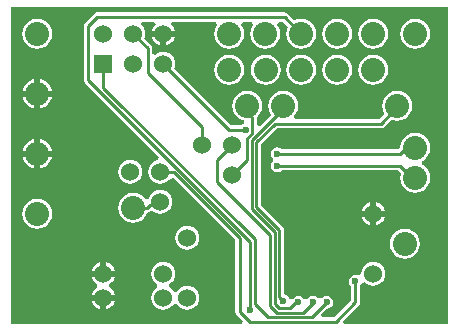
<source format=gbl>
G04*
G04 #@! TF.GenerationSoftware,Altium Limited,Altium Designer,18.1.9 (240)*
G04*
G04 Layer_Physical_Order=2*
G04 Layer_Color=16711680*
%FSLAX25Y25*%
%MOIN*%
G70*
G01*
G75*
%ADD14C,0.01000*%
%ADD23C,0.08000*%
%ADD24C,0.06000*%
%ADD25R,0.06000X0.06000*%
%ADD26C,0.02362*%
G36*
X146780Y1220D02*
X112190D01*
X111807Y2144D01*
X117081Y7419D01*
X117413Y7915D01*
X117529Y8500D01*
Y13899D01*
X117572Y13927D01*
X118054Y14649D01*
X118099Y14871D01*
X119147Y15147D01*
X119983Y14506D01*
X120956Y14103D01*
X122000Y13965D01*
X123044Y14103D01*
X124017Y14506D01*
X124853Y15147D01*
X125494Y15983D01*
X125897Y16956D01*
X126034Y18000D01*
X125897Y19044D01*
X125494Y20017D01*
X124853Y20853D01*
X124017Y21494D01*
X123044Y21897D01*
X122000Y22035D01*
X120956Y21897D01*
X119983Y21494D01*
X119147Y20853D01*
X118506Y20017D01*
X118103Y19044D01*
X117965Y18000D01*
X117031Y17434D01*
X116851Y17555D01*
X116000Y17724D01*
X115149Y17555D01*
X114427Y17073D01*
X113945Y16351D01*
X113776Y15500D01*
X113945Y14649D01*
X114427Y13927D01*
X114471Y13899D01*
Y9133D01*
X108872Y3535D01*
X105005D01*
X104622Y4459D01*
X106449Y6286D01*
X106500Y6276D01*
X107351Y6445D01*
X108072Y6927D01*
X108554Y7649D01*
X108724Y8500D01*
X108554Y9351D01*
X108072Y10073D01*
X107351Y10555D01*
X106500Y10724D01*
X105649Y10555D01*
X104928Y10073D01*
X104773Y9841D01*
X103601D01*
X103446Y10073D01*
X102725Y10555D01*
X101874Y10724D01*
X101023Y10555D01*
X100302Y10073D01*
X99993Y9610D01*
X99794Y9555D01*
X99080D01*
X98881Y9610D01*
X98572Y10073D01*
X97851Y10555D01*
X97000Y10724D01*
X96149Y10555D01*
X95428Y10073D01*
X95121Y9614D01*
X94278Y9707D01*
X94056Y9842D01*
X94055Y9851D01*
X93572Y10572D01*
X92851Y11055D01*
X92211Y11182D01*
Y32440D01*
X92094Y33026D01*
X91763Y33522D01*
X84529Y40755D01*
Y61190D01*
X89810Y66471D01*
X124500D01*
X125085Y66587D01*
X125581Y66919D01*
X128056Y69393D01*
X128695Y69129D01*
X130000Y68957D01*
X131305Y69129D01*
X132522Y69633D01*
X133566Y70434D01*
X134368Y71478D01*
X134871Y72695D01*
X135043Y74000D01*
X134871Y75305D01*
X134368Y76522D01*
X133566Y77566D01*
X132522Y78368D01*
X131305Y78871D01*
X130000Y79043D01*
X128695Y78871D01*
X127478Y78368D01*
X126434Y77566D01*
X125633Y76522D01*
X125129Y75305D01*
X124957Y74000D01*
X125129Y72695D01*
X125633Y71478D01*
X125712Y71375D01*
X123866Y69529D01*
X96030D01*
X95723Y70129D01*
X95639Y70529D01*
X96368Y71478D01*
X96871Y72695D01*
X97043Y74000D01*
X96871Y75305D01*
X96368Y76522D01*
X95566Y77566D01*
X94522Y78368D01*
X93305Y78871D01*
X92000Y79043D01*
X90695Y78871D01*
X89478Y78368D01*
X88434Y77566D01*
X87633Y76522D01*
X87129Y75305D01*
X86957Y74000D01*
X87129Y72695D01*
X87633Y71478D01*
X87953Y71061D01*
X84134Y67242D01*
X83210Y67625D01*
Y70161D01*
X83566Y70434D01*
X84368Y71478D01*
X84871Y72695D01*
X85043Y74000D01*
X84871Y75305D01*
X84368Y76522D01*
X83566Y77566D01*
X82522Y78368D01*
X81305Y78871D01*
X80000Y79043D01*
X78695Y78871D01*
X77478Y78368D01*
X76434Y77566D01*
X75633Y76522D01*
X75129Y75305D01*
X74957Y74000D01*
X75129Y72695D01*
X75633Y71478D01*
X76434Y70434D01*
X77478Y69633D01*
X78695Y69129D01*
X78832Y69111D01*
X78865Y68098D01*
X78649Y68054D01*
X77928Y67572D01*
X77899Y67529D01*
X74634D01*
X55695Y86468D01*
X55897Y86956D01*
X56034Y88000D01*
X55897Y89044D01*
X55494Y90017D01*
X54853Y90853D01*
X54017Y91494D01*
X53044Y91897D01*
X52000Y92035D01*
X50956Y91897D01*
X49983Y91494D01*
X49401Y91047D01*
X48566Y91348D01*
X48401Y91489D01*
Y93129D01*
X48284Y93714D01*
X47953Y94210D01*
X45695Y96468D01*
X45897Y96956D01*
X46035Y98000D01*
X45897Y99044D01*
X45494Y100017D01*
X44853Y100853D01*
X44588Y101056D01*
X44928Y102056D01*
X49072D01*
X49412Y101056D01*
X49147Y100853D01*
X48506Y100017D01*
X48103Y99044D01*
X48097Y99000D01*
X55903D01*
X55897Y99044D01*
X55494Y100017D01*
X54853Y100853D01*
X54588Y101056D01*
X54928Y102056D01*
X69549D01*
X70043Y101056D01*
X69633Y100522D01*
X69129Y99305D01*
X68957Y98000D01*
X69129Y96695D01*
X69633Y95478D01*
X70434Y94434D01*
X71478Y93633D01*
X72695Y93129D01*
X74000Y92957D01*
X75305Y93129D01*
X76522Y93633D01*
X77566Y94434D01*
X78368Y95478D01*
X78871Y96695D01*
X79043Y98000D01*
X78871Y99305D01*
X78368Y100522D01*
X77957Y101056D01*
X78451Y102056D01*
X81549D01*
X82042Y101056D01*
X81633Y100522D01*
X81129Y99305D01*
X80957Y98000D01*
X81129Y96695D01*
X81633Y95478D01*
X82434Y94434D01*
X83478Y93633D01*
X84695Y93129D01*
X86000Y92957D01*
X87305Y93129D01*
X88522Y93633D01*
X89566Y94434D01*
X90368Y95478D01*
X90871Y96695D01*
X91043Y98000D01*
X90871Y99305D01*
X90368Y100522D01*
X89957Y101056D01*
X90451Y102056D01*
X91781D01*
X93540Y100297D01*
X93129Y99305D01*
X92957Y98000D01*
X93129Y96695D01*
X93633Y95478D01*
X94434Y94434D01*
X95478Y93633D01*
X96695Y93129D01*
X98000Y92957D01*
X99305Y93129D01*
X100522Y93633D01*
X101566Y94434D01*
X102367Y95478D01*
X102871Y96695D01*
X103043Y98000D01*
X102871Y99305D01*
X102367Y100522D01*
X101566Y101566D01*
X100522Y102367D01*
X99305Y102871D01*
X98000Y103043D01*
X96695Y102871D01*
X95703Y102460D01*
X93496Y104667D01*
X93000Y104998D01*
X92415Y105115D01*
X29956D01*
X29371Y104998D01*
X28875Y104667D01*
X25919Y101710D01*
X25587Y101214D01*
X25471Y100629D01*
Y82676D01*
X25587Y82091D01*
X25919Y81594D01*
X50531Y56981D01*
X50173Y55926D01*
X49956Y55897D01*
X48983Y55494D01*
X48147Y54853D01*
X47506Y54017D01*
X47103Y53044D01*
X46966Y52000D01*
X47103Y50956D01*
X47506Y49983D01*
X48147Y49147D01*
X48983Y48506D01*
X49956Y48103D01*
X51000Y47965D01*
X52044Y48103D01*
X53017Y48506D01*
X53853Y49147D01*
X54277Y49700D01*
X55211Y49900D01*
X55527Y49864D01*
X75971Y29421D01*
Y5319D01*
X76087Y4734D01*
X76419Y4237D01*
X78512Y2144D01*
X78129Y1220D01*
X1220D01*
Y106780D01*
X146780D01*
Y1220D01*
D02*
G37*
%LPC*%
G36*
X55903Y97000D02*
X53000D01*
Y94097D01*
X53044Y94103D01*
X54017Y94506D01*
X54853Y95147D01*
X55494Y95983D01*
X55897Y96956D01*
X55903Y97000D01*
D02*
G37*
G36*
X51000D02*
X48097D01*
X48103Y96956D01*
X48506Y95983D01*
X49147Y95147D01*
X49983Y94506D01*
X50956Y94103D01*
X51000Y94097D01*
Y97000D01*
D02*
G37*
G36*
X136000Y103043D02*
X134695Y102871D01*
X133478Y102367D01*
X132434Y101566D01*
X131632Y100522D01*
X131129Y99305D01*
X130957Y98000D01*
X131129Y96695D01*
X131632Y95478D01*
X132434Y94434D01*
X133478Y93633D01*
X134695Y93129D01*
X136000Y92957D01*
X137305Y93129D01*
X138522Y93633D01*
X139566Y94434D01*
X140367Y95478D01*
X140871Y96695D01*
X141043Y98000D01*
X140871Y99305D01*
X140367Y100522D01*
X139566Y101566D01*
X138522Y102367D01*
X137305Y102871D01*
X136000Y103043D01*
D02*
G37*
G36*
X122000D02*
X120695Y102871D01*
X119478Y102367D01*
X118434Y101566D01*
X117632Y100522D01*
X117129Y99305D01*
X116957Y98000D01*
X117129Y96695D01*
X117632Y95478D01*
X118434Y94434D01*
X119478Y93633D01*
X120695Y93129D01*
X122000Y92957D01*
X123305Y93129D01*
X124522Y93633D01*
X125566Y94434D01*
X126367Y95478D01*
X126871Y96695D01*
X127043Y98000D01*
X126871Y99305D01*
X126367Y100522D01*
X125566Y101566D01*
X124522Y102367D01*
X123305Y102871D01*
X122000Y103043D01*
D02*
G37*
G36*
X110000D02*
X108695Y102871D01*
X107478Y102367D01*
X106434Y101566D01*
X105632Y100522D01*
X105129Y99305D01*
X104957Y98000D01*
X105129Y96695D01*
X105632Y95478D01*
X106434Y94434D01*
X107478Y93633D01*
X108695Y93129D01*
X110000Y92957D01*
X111305Y93129D01*
X112522Y93633D01*
X113566Y94434D01*
X114367Y95478D01*
X114871Y96695D01*
X115043Y98000D01*
X114871Y99305D01*
X114367Y100522D01*
X113566Y101566D01*
X112522Y102367D01*
X111305Y102871D01*
X110000Y103043D01*
D02*
G37*
G36*
X10000D02*
X8695Y102871D01*
X7478Y102367D01*
X6434Y101566D01*
X5632Y100522D01*
X5129Y99305D01*
X4957Y98000D01*
X5129Y96695D01*
X5632Y95478D01*
X6434Y94434D01*
X7478Y93633D01*
X8695Y93129D01*
X10000Y92957D01*
X11305Y93129D01*
X12522Y93633D01*
X13566Y94434D01*
X14367Y95478D01*
X14871Y96695D01*
X15043Y98000D01*
X14871Y99305D01*
X14367Y100522D01*
X13566Y101566D01*
X12522Y102367D01*
X11305Y102871D01*
X10000Y103043D01*
D02*
G37*
G36*
X122000Y91043D02*
X120695Y90871D01*
X119478Y90368D01*
X118434Y89566D01*
X117632Y88522D01*
X117129Y87305D01*
X116957Y86000D01*
X117129Y84695D01*
X117632Y83478D01*
X118434Y82434D01*
X119478Y81633D01*
X120695Y81129D01*
X122000Y80957D01*
X123305Y81129D01*
X124522Y81633D01*
X125566Y82434D01*
X126367Y83478D01*
X126871Y84695D01*
X127043Y86000D01*
X126871Y87305D01*
X126367Y88522D01*
X125566Y89566D01*
X124522Y90368D01*
X123305Y90871D01*
X122000Y91043D01*
D02*
G37*
G36*
X110000D02*
X108695Y90871D01*
X107478Y90368D01*
X106434Y89566D01*
X105632Y88522D01*
X105129Y87305D01*
X104957Y86000D01*
X105129Y84695D01*
X105632Y83478D01*
X106434Y82434D01*
X107478Y81633D01*
X108695Y81129D01*
X110000Y80957D01*
X111305Y81129D01*
X112522Y81633D01*
X113566Y82434D01*
X114367Y83478D01*
X114871Y84695D01*
X115043Y86000D01*
X114871Y87305D01*
X114367Y88522D01*
X113566Y89566D01*
X112522Y90368D01*
X111305Y90871D01*
X110000Y91043D01*
D02*
G37*
G36*
X98000D02*
X96695Y90871D01*
X95478Y90368D01*
X94434Y89566D01*
X93633Y88522D01*
X93129Y87305D01*
X92957Y86000D01*
X93129Y84695D01*
X93633Y83478D01*
X94434Y82434D01*
X95478Y81633D01*
X96695Y81129D01*
X98000Y80957D01*
X99305Y81129D01*
X100522Y81633D01*
X101566Y82434D01*
X102367Y83478D01*
X102871Y84695D01*
X103043Y86000D01*
X102871Y87305D01*
X102367Y88522D01*
X101566Y89566D01*
X100522Y90368D01*
X99305Y90871D01*
X98000Y91043D01*
D02*
G37*
G36*
X86126D02*
X84821Y90871D01*
X83604Y90368D01*
X82560Y89566D01*
X81758Y88522D01*
X81255Y87305D01*
X81083Y86000D01*
X81255Y84695D01*
X81758Y83478D01*
X82560Y82434D01*
X83604Y81633D01*
X84821Y81129D01*
X86126Y80957D01*
X87431Y81129D01*
X88648Y81633D01*
X89692Y82434D01*
X90494Y83478D01*
X90997Y84695D01*
X91169Y86000D01*
X90997Y87305D01*
X90494Y88522D01*
X89692Y89566D01*
X88648Y90368D01*
X87431Y90871D01*
X86126Y91043D01*
D02*
G37*
G36*
X74000D02*
X72695Y90871D01*
X71478Y90368D01*
X70434Y89566D01*
X69633Y88522D01*
X69129Y87305D01*
X68957Y86000D01*
X69129Y84695D01*
X69633Y83478D01*
X70434Y82434D01*
X71478Y81633D01*
X72695Y81129D01*
X74000Y80957D01*
X75305Y81129D01*
X76522Y81633D01*
X77566Y82434D01*
X78368Y83478D01*
X78871Y84695D01*
X79043Y86000D01*
X78871Y87305D01*
X78368Y88522D01*
X77566Y89566D01*
X76522Y90368D01*
X75305Y90871D01*
X74000Y91043D01*
D02*
G37*
G36*
X11000Y82911D02*
Y79000D01*
X14911D01*
X14871Y79305D01*
X14367Y80522D01*
X13566Y81566D01*
X12522Y82367D01*
X11305Y82871D01*
X11000Y82911D01*
D02*
G37*
G36*
X9000D02*
X8695Y82871D01*
X7478Y82367D01*
X6434Y81566D01*
X5632Y80522D01*
X5129Y79305D01*
X5088Y79000D01*
X9000D01*
Y82911D01*
D02*
G37*
G36*
X14911Y77000D02*
X11000D01*
Y73089D01*
X11305Y73129D01*
X12522Y73633D01*
X13566Y74434D01*
X14367Y75478D01*
X14871Y76695D01*
X14911Y77000D01*
D02*
G37*
G36*
X9000D02*
X5088D01*
X5129Y76695D01*
X5632Y75478D01*
X6434Y74434D01*
X7478Y73633D01*
X8695Y73129D01*
X9000Y73089D01*
Y77000D01*
D02*
G37*
G36*
X136000Y65043D02*
X134695Y64871D01*
X133478Y64368D01*
X132434Y63566D01*
X131632Y62522D01*
X131129Y61305D01*
X130972Y60113D01*
X130388Y59529D01*
X91601D01*
X91572Y59572D01*
X90851Y60054D01*
X90000Y60224D01*
X89149Y60054D01*
X88428Y59572D01*
X87945Y58851D01*
X87776Y58000D01*
X87945Y57149D01*
X88428Y56428D01*
Y55572D01*
X87945Y54851D01*
X87776Y54000D01*
X87945Y53149D01*
X88428Y52428D01*
X89149Y51946D01*
X90000Y51776D01*
X90851Y51946D01*
X91572Y52428D01*
X91601Y52471D01*
X130367D01*
X131247Y51590D01*
X131129Y51305D01*
X130957Y50000D01*
X131129Y48695D01*
X131632Y47478D01*
X132434Y46434D01*
X133478Y45632D01*
X134695Y45129D01*
X136000Y44957D01*
X137305Y45129D01*
X138522Y45632D01*
X139566Y46434D01*
X140367Y47478D01*
X140871Y48695D01*
X141043Y50000D01*
X140871Y51305D01*
X140367Y52522D01*
X139566Y53566D01*
X138522Y54368D01*
X138301Y54459D01*
Y55541D01*
X138522Y55633D01*
X139566Y56434D01*
X140367Y57478D01*
X140871Y58695D01*
X141043Y60000D01*
X140871Y61305D01*
X140367Y62522D01*
X139566Y63566D01*
X138522Y64368D01*
X137305Y64871D01*
X136000Y65043D01*
D02*
G37*
G36*
X11000Y62911D02*
Y59000D01*
X14911D01*
X14871Y59305D01*
X14367Y60522D01*
X13566Y61566D01*
X12522Y62367D01*
X11305Y62871D01*
X11000Y62911D01*
D02*
G37*
G36*
X9000D02*
X8695Y62871D01*
X7478Y62367D01*
X6434Y61566D01*
X5632Y60522D01*
X5129Y59305D01*
X5088Y59000D01*
X9000D01*
Y62911D01*
D02*
G37*
G36*
X14911Y57000D02*
X11000D01*
Y53088D01*
X11305Y53129D01*
X12522Y53632D01*
X13566Y54434D01*
X14367Y55478D01*
X14871Y56695D01*
X14911Y57000D01*
D02*
G37*
G36*
X9000D02*
X5088D01*
X5129Y56695D01*
X5632Y55478D01*
X6434Y54434D01*
X7478Y53632D01*
X8695Y53129D01*
X9000Y53088D01*
Y57000D01*
D02*
G37*
G36*
X41000Y56034D02*
X39956Y55897D01*
X38983Y55494D01*
X38147Y54853D01*
X37506Y54017D01*
X37103Y53044D01*
X36966Y52000D01*
X37103Y50956D01*
X37506Y49983D01*
X38147Y49147D01*
X38983Y48506D01*
X39956Y48103D01*
X41000Y47965D01*
X42044Y48103D01*
X43017Y48506D01*
X43853Y49147D01*
X44494Y49983D01*
X44897Y50956D01*
X45035Y52000D01*
X44897Y53044D01*
X44494Y54017D01*
X43853Y54853D01*
X43017Y55494D01*
X42044Y55897D01*
X41000Y56034D01*
D02*
G37*
G36*
X51000Y46035D02*
X49956Y45897D01*
X48983Y45494D01*
X48147Y44853D01*
X47506Y44017D01*
X47146Y43149D01*
X46761Y42997D01*
X46076Y42902D01*
X45566Y43566D01*
X44522Y44368D01*
X43305Y44871D01*
X42000Y45043D01*
X40695Y44871D01*
X39478Y44368D01*
X38434Y43566D01*
X37633Y42522D01*
X37129Y41305D01*
X36957Y40000D01*
X37129Y38695D01*
X37633Y37478D01*
X38434Y36434D01*
X39478Y35633D01*
X40695Y35129D01*
X42000Y34957D01*
X43305Y35129D01*
X44522Y35633D01*
X45566Y36434D01*
X46367Y37478D01*
X46804Y38531D01*
X47085Y38587D01*
X47581Y38919D01*
X47831Y39168D01*
X48147Y39147D01*
X48983Y38506D01*
X49956Y38103D01*
X51000Y37966D01*
X52044Y38103D01*
X53017Y38506D01*
X53853Y39147D01*
X54494Y39983D01*
X54897Y40956D01*
X55035Y42000D01*
X54897Y43044D01*
X54494Y44017D01*
X53853Y44853D01*
X53017Y45494D01*
X52044Y45897D01*
X51000Y46035D01*
D02*
G37*
G36*
X123000Y41903D02*
Y39000D01*
X125903D01*
X125897Y39044D01*
X125494Y40017D01*
X124853Y40853D01*
X124017Y41494D01*
X123044Y41897D01*
X123000Y41903D01*
D02*
G37*
G36*
X121000D02*
X120956Y41897D01*
X119983Y41494D01*
X119147Y40853D01*
X118506Y40017D01*
X118103Y39044D01*
X118097Y39000D01*
X121000D01*
Y41903D01*
D02*
G37*
G36*
X125903Y37000D02*
X123000D01*
Y34097D01*
X123044Y34103D01*
X124017Y34506D01*
X124853Y35147D01*
X125494Y35983D01*
X125897Y36956D01*
X125903Y37000D01*
D02*
G37*
G36*
X121000D02*
X118097D01*
X118103Y36956D01*
X118506Y35983D01*
X119147Y35147D01*
X119983Y34506D01*
X120956Y34103D01*
X121000Y34097D01*
Y37000D01*
D02*
G37*
G36*
X10000Y43043D02*
X8695Y42871D01*
X7478Y42368D01*
X6434Y41566D01*
X5632Y40522D01*
X5129Y39305D01*
X4957Y38000D01*
X5129Y36695D01*
X5632Y35478D01*
X6434Y34434D01*
X7478Y33632D01*
X8695Y33129D01*
X10000Y32957D01*
X11305Y33129D01*
X12522Y33632D01*
X13566Y34434D01*
X14367Y35478D01*
X14871Y36695D01*
X15043Y38000D01*
X14871Y39305D01*
X14367Y40522D01*
X13566Y41566D01*
X12522Y42368D01*
X11305Y42871D01*
X10000Y43043D01*
D02*
G37*
G36*
X60000Y34034D02*
X58956Y33897D01*
X57983Y33494D01*
X57147Y32853D01*
X56506Y32017D01*
X56103Y31044D01*
X55966Y30000D01*
X56103Y28956D01*
X56506Y27983D01*
X57147Y27147D01*
X57983Y26506D01*
X58956Y26103D01*
X60000Y25965D01*
X61044Y26103D01*
X62017Y26506D01*
X62853Y27147D01*
X63494Y27983D01*
X63897Y28956D01*
X64034Y30000D01*
X63897Y31044D01*
X63494Y32017D01*
X62853Y32853D01*
X62017Y33494D01*
X61044Y33897D01*
X60000Y34034D01*
D02*
G37*
G36*
X132522Y33043D02*
X131216Y32871D01*
X130000Y32368D01*
X128956Y31566D01*
X128154Y30522D01*
X127650Y29305D01*
X127479Y28000D01*
X127650Y26695D01*
X128154Y25478D01*
X128956Y24434D01*
X130000Y23632D01*
X131216Y23129D01*
X132522Y22957D01*
X133827Y23129D01*
X135043Y23632D01*
X136088Y24434D01*
X136889Y25478D01*
X137393Y26695D01*
X137565Y28000D01*
X137393Y29305D01*
X136889Y30522D01*
X136088Y31566D01*
X135043Y32368D01*
X133827Y32871D01*
X132522Y33043D01*
D02*
G37*
G36*
X33000Y21903D02*
Y19000D01*
X35903D01*
X35897Y19044D01*
X35494Y20017D01*
X34853Y20853D01*
X34017Y21494D01*
X33044Y21897D01*
X33000Y21903D01*
D02*
G37*
G36*
X31000D02*
X30956Y21897D01*
X29983Y21494D01*
X29147Y20853D01*
X28506Y20017D01*
X28103Y19044D01*
X28097Y19000D01*
X31000D01*
Y21903D01*
D02*
G37*
G36*
X35903Y17000D02*
X28097D01*
X28103Y16956D01*
X28506Y15983D01*
X29147Y15147D01*
X29923Y14552D01*
X29983Y14119D01*
Y13881D01*
X29923Y13448D01*
X29147Y12853D01*
X28506Y12017D01*
X28103Y11044D01*
X28097Y11000D01*
X35903D01*
X35897Y11044D01*
X35494Y12017D01*
X34853Y12853D01*
X34077Y13448D01*
X34017Y13881D01*
Y14119D01*
X34077Y14552D01*
X34853Y15147D01*
X35494Y15983D01*
X35897Y16956D01*
X35903Y17000D01*
D02*
G37*
G36*
Y9000D02*
X33000D01*
Y6097D01*
X33044Y6103D01*
X34017Y6506D01*
X34853Y7147D01*
X35494Y7983D01*
X35897Y8956D01*
X35903Y9000D01*
D02*
G37*
G36*
X31000D02*
X28097D01*
X28103Y8956D01*
X28506Y7983D01*
X29147Y7147D01*
X29983Y6506D01*
X30956Y6103D01*
X31000Y6097D01*
Y9000D01*
D02*
G37*
G36*
X52000Y22035D02*
X50956Y21897D01*
X49983Y21494D01*
X49147Y20853D01*
X48506Y20017D01*
X48103Y19044D01*
X47965Y18000D01*
X48103Y16956D01*
X48506Y15983D01*
X49147Y15147D01*
X49923Y14552D01*
X49983Y14119D01*
Y13881D01*
X49923Y13448D01*
X49147Y12853D01*
X48506Y12017D01*
X48103Y11044D01*
X47965Y10000D01*
X48103Y8956D01*
X48506Y7983D01*
X49147Y7147D01*
X49983Y6506D01*
X50956Y6103D01*
X52000Y5965D01*
X53044Y6103D01*
X54017Y6506D01*
X54853Y7147D01*
X55448Y7923D01*
X55881Y7983D01*
X56119D01*
X56552Y7923D01*
X57147Y7147D01*
X57983Y6506D01*
X58956Y6103D01*
X60000Y5965D01*
X61044Y6103D01*
X62017Y6506D01*
X62853Y7147D01*
X63494Y7983D01*
X63897Y8956D01*
X64034Y10000D01*
X63897Y11044D01*
X63494Y12017D01*
X62853Y12853D01*
X62017Y13494D01*
X61044Y13897D01*
X60000Y14035D01*
X58956Y13897D01*
X57983Y13494D01*
X57147Y12853D01*
X56552Y12077D01*
X56119Y12017D01*
X55881D01*
X55448Y12077D01*
X54853Y12853D01*
X54077Y13448D01*
X54017Y13881D01*
Y14119D01*
X54077Y14552D01*
X54853Y15147D01*
X55494Y15983D01*
X55897Y16956D01*
X56034Y18000D01*
X55897Y19044D01*
X55494Y20017D01*
X54853Y20853D01*
X54017Y21494D01*
X53044Y21897D01*
X52000Y22035D01*
D02*
G37*
%LPD*%
D14*
X83000Y61823D02*
X89177Y68000D01*
X83000Y40121D02*
Y61823D01*
Y40121D02*
X90681Y32440D01*
X81500Y62445D02*
X92000Y72945D01*
X81500Y39500D02*
Y62445D01*
Y39500D02*
X89181Y31819D01*
X89177Y68000D02*
X124500D01*
X74000Y51305D02*
X75000Y50305D01*
X80000Y72000D02*
X81681Y70319D01*
X80000Y63066D02*
X81681Y64747D01*
Y70319D01*
X92000Y72945D02*
Y74000D01*
X80000Y56000D02*
Y63066D01*
X75000Y51000D02*
X80000Y56000D01*
X70000D02*
X75000Y61000D01*
X70000Y48500D02*
Y56000D01*
X98506Y5006D02*
X101874Y8374D01*
X89873Y5006D02*
X98506D01*
X65000Y61000D02*
Y66868D01*
X46871Y84996D02*
X65000Y66868D01*
X50000Y41000D02*
X51000Y42000D01*
X47500Y41000D02*
X50000D01*
X46500Y40000D02*
X47500Y41000D01*
X42000Y40000D02*
X46500D01*
X55609Y51946D02*
X77500Y30055D01*
X51500Y51946D02*
X55609D01*
X74000Y66000D02*
X79500D01*
X52000Y88000D02*
X74000Y66000D01*
X46871Y84996D02*
Y93129D01*
X42000Y98000D02*
X46871Y93129D01*
X70000Y48500D02*
X87681Y30819D01*
X77500Y5319D02*
Y30055D01*
X81000Y5819D02*
Y28676D01*
X27000Y82676D02*
X81000Y28676D01*
X27000Y82676D02*
Y100629D01*
X82500Y8000D02*
Y29500D01*
X32000Y80000D02*
X82500Y29500D01*
X32000Y80000D02*
Y88000D01*
X96292Y8500D02*
X97000D01*
X29956Y103585D02*
X92415D01*
X27000Y100629D02*
X29956Y103585D01*
X92415D02*
X98000Y98000D01*
X109506Y2006D02*
X116000Y8500D01*
X80813Y2006D02*
X109506D01*
X77500Y5319D02*
X80813Y2006D01*
X101506Y3506D02*
X106500Y8500D01*
X86994Y3506D02*
X101506D01*
X82500Y8000D02*
X86994Y3506D01*
X87681Y7198D02*
X89873Y5006D01*
X94298Y6506D02*
X96292Y8500D01*
X90494Y6506D02*
X94298D01*
X89181Y7819D02*
X90494Y6506D01*
X90681Y10319D02*
X92000Y9000D01*
X90000Y54000D02*
X131000D01*
X135000Y50000D01*
X135500Y59500D02*
Y60500D01*
X90000Y58000D02*
X131022D01*
X124500Y68000D02*
X130000Y73500D01*
X135000Y50000D02*
X136000D01*
X132522Y59500D02*
X135500D01*
X131022Y58000D02*
X132522Y59500D01*
X90681Y10319D02*
Y32440D01*
X87681Y7198D02*
Y30819D01*
X80000Y72000D02*
Y74000D01*
X101874Y8374D02*
Y8500D01*
X89181Y7819D02*
Y31819D01*
X130000Y73500D02*
Y74000D01*
X116000Y8500D02*
Y15500D01*
X135500Y60500D02*
X136000Y60000D01*
D23*
X110000Y98000D02*
D03*
X122000D02*
D03*
Y86000D02*
D03*
X110000D02*
D03*
X98000D02*
D03*
X86126D02*
D03*
X74000D02*
D03*
Y98000D02*
D03*
X86000D02*
D03*
X98000D02*
D03*
X10000Y58000D02*
D03*
X136000Y60000D02*
D03*
Y50000D02*
D03*
X10000Y38000D02*
D03*
X42000Y40000D02*
D03*
X132522Y28000D02*
D03*
X80000Y74000D02*
D03*
X92000D02*
D03*
X130000D02*
D03*
X10000Y98000D02*
D03*
Y78000D02*
D03*
X136000Y98000D02*
D03*
D24*
X122000Y18000D02*
D03*
Y38000D02*
D03*
X52000Y18000D02*
D03*
X32000D02*
D03*
X52000Y10000D02*
D03*
X32000D02*
D03*
X60000D02*
D03*
Y30000D02*
D03*
X52000Y98000D02*
D03*
Y88000D02*
D03*
X42000Y98000D02*
D03*
Y88000D02*
D03*
X32000Y98000D02*
D03*
X41000Y52000D02*
D03*
X51000D02*
D03*
X75000Y61000D02*
D03*
X65000D02*
D03*
X75000Y51000D02*
D03*
X51000Y42000D02*
D03*
D25*
X32000Y88000D02*
D03*
D26*
X79500Y66000D02*
D03*
X97000Y8500D02*
D03*
X92000Y9000D02*
D03*
X90000Y54000D02*
D03*
Y58000D02*
D03*
X81000Y5819D02*
D03*
X101874Y8500D02*
D03*
X116000Y15500D02*
D03*
X106500Y8500D02*
D03*
M02*

</source>
